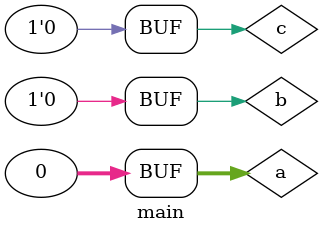
<source format=v>
module main;

wire	[31:0]	a;
reg		b;
reg		c;

assign a = b * c;

initial begin
`ifdef DUMP
	$dumpfile( "mult1.vcd" );
	$dumpvars( 0, main );
`endif
	b = 1'b0;
	c = 1'b0;
	#5;
	b = 1'b1;
	#5;
	c = 1'b1;
	#5;
	b = 1'b0;
	#5;
	c = 1'b0;
end

endmodule

</source>
